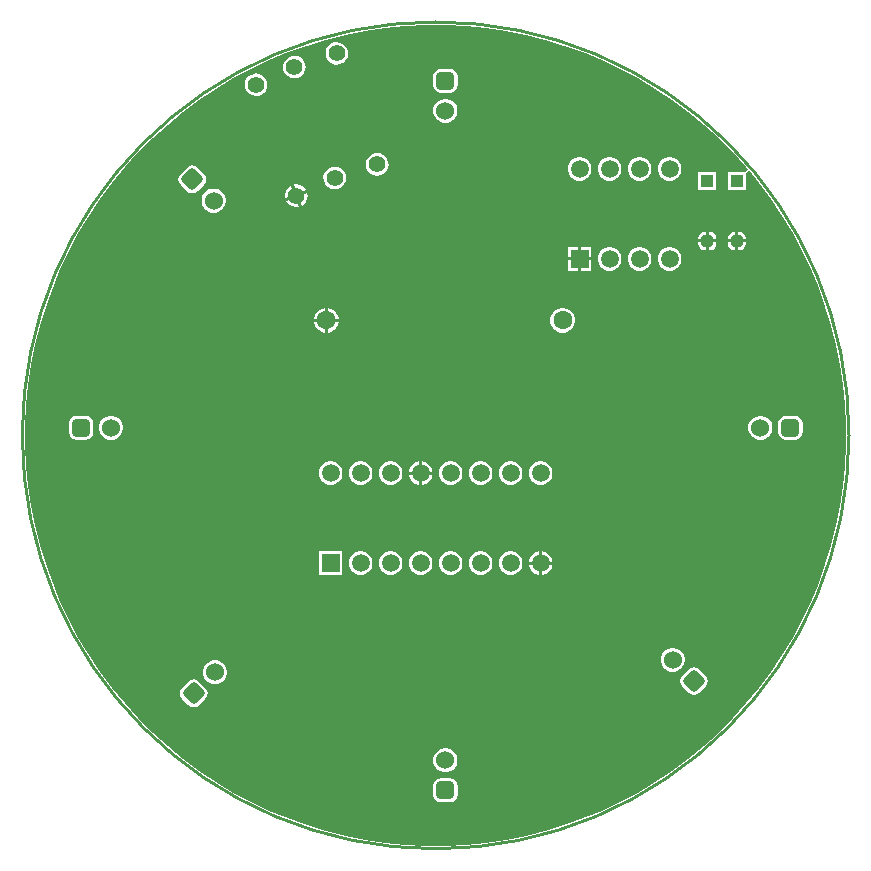
<source format=gtl>
G04*
G04 #@! TF.GenerationSoftware,Altium Limited,Altium Designer,25.0.2 (28)*
G04*
G04 Layer_Physical_Order=1*
G04 Layer_Color=6736896*
%FSLAX25Y25*%
%MOIN*%
G70*
G04*
G04 #@! TF.SameCoordinates,12EFF0D5-E88D-419E-9C59-EC29542AE5DB*
G04*
G04*
G04 #@! TF.FilePolarity,Positive*
G04*
G01*
G75*
%ADD13C,0.01000*%
%ADD26C,0.05512*%
%ADD27C,0.13780*%
%ADD28C,0.06299*%
G04:AMPARAMS|DCode=29|XSize=39.37mil|YSize=39.37mil|CornerRadius=9.84mil|HoleSize=0mil|Usage=FLASHONLY|Rotation=270.000|XOffset=0mil|YOffset=0mil|HoleType=Round|Shape=RoundedRectangle|*
%AMROUNDEDRECTD29*
21,1,0.03937,0.01968,0,0,270.0*
21,1,0.01968,0.03937,0,0,270.0*
1,1,0.01968,-0.00984,-0.00984*
1,1,0.01968,-0.00984,0.00984*
1,1,0.01968,0.00984,0.00984*
1,1,0.01968,0.00984,-0.00984*
%
%ADD29ROUNDEDRECTD29*%
%ADD30R,0.03937X0.03937*%
%ADD31C,0.05906*%
%ADD32R,0.05906X0.05906*%
%ADD33C,0.06000*%
G04:AMPARAMS|DCode=34|XSize=60mil|YSize=60mil|CornerRadius=15mil|HoleSize=0mil|Usage=FLASHONLY|Rotation=0.000|XOffset=0mil|YOffset=0mil|HoleType=Round|Shape=RoundedRectangle|*
%AMROUNDEDRECTD34*
21,1,0.06000,0.03000,0,0,0.0*
21,1,0.03000,0.06000,0,0,0.0*
1,1,0.03000,0.01500,-0.01500*
1,1,0.03000,-0.01500,-0.01500*
1,1,0.03000,-0.01500,0.01500*
1,1,0.03000,0.01500,0.01500*
%
%ADD34ROUNDEDRECTD34*%
G04:AMPARAMS|DCode=35|XSize=60mil|YSize=60mil|CornerRadius=15mil|HoleSize=0mil|Usage=FLASHONLY|Rotation=315.000|XOffset=0mil|YOffset=0mil|HoleType=Round|Shape=RoundedRectangle|*
%AMROUNDEDRECTD35*
21,1,0.06000,0.03000,0,0,315.0*
21,1,0.03000,0.06000,0,0,315.0*
1,1,0.03000,0.00000,-0.02121*
1,1,0.03000,-0.02121,0.00000*
1,1,0.03000,0.00000,0.02121*
1,1,0.03000,0.02121,0.00000*
%
%ADD35ROUNDEDRECTD35*%
G04:AMPARAMS|DCode=36|XSize=60mil|YSize=60mil|CornerRadius=15mil|HoleSize=0mil|Usage=FLASHONLY|Rotation=270.000|XOffset=0mil|YOffset=0mil|HoleType=Round|Shape=RoundedRectangle|*
%AMROUNDEDRECTD36*
21,1,0.06000,0.03000,0,0,270.0*
21,1,0.03000,0.06000,0,0,270.0*
1,1,0.03000,-0.01500,-0.01500*
1,1,0.03000,-0.01500,0.01500*
1,1,0.03000,0.01500,0.01500*
1,1,0.03000,0.01500,-0.01500*
%
%ADD36ROUNDEDRECTD36*%
G04:AMPARAMS|DCode=37|XSize=60mil|YSize=60mil|CornerRadius=15mil|HoleSize=0mil|Usage=FLASHONLY|Rotation=225.000|XOffset=0mil|YOffset=0mil|HoleType=Round|Shape=RoundedRectangle|*
%AMROUNDEDRECTD37*
21,1,0.06000,0.03000,0,0,225.0*
21,1,0.03000,0.06000,0,0,225.0*
1,1,0.03000,-0.02121,0.00000*
1,1,0.03000,0.00000,0.02121*
1,1,0.03000,0.02121,0.00000*
1,1,0.03000,0.00000,-0.02121*
%
%ADD37ROUNDEDRECTD37*%
G36*
X147861Y274257D02*
X154545Y273599D01*
X161188Y272614D01*
X167775Y271304D01*
X174291Y269672D01*
X180717Y267722D01*
X187041Y265459D01*
X193246Y262889D01*
X199317Y260018D01*
X205240Y256852D01*
X211001Y253399D01*
X216585Y249668D01*
X221979Y245667D01*
X227171Y241406D01*
X232147Y236896D01*
X236896Y232147D01*
X241406Y227171D01*
X241843Y226639D01*
X240953Y225551D01*
X239859Y225551D01*
X235236D01*
Y219646D01*
X241142D01*
Y224208D01*
X241142Y225321D01*
X242300Y226083D01*
X245667Y221979D01*
X249668Y216585D01*
X253399Y211001D01*
X256852Y205240D01*
X260018Y199317D01*
X262889Y193246D01*
X265459Y187041D01*
X267722Y180717D01*
X269672Y174291D01*
X271304Y167775D01*
X272614Y161188D01*
X273599Y154545D01*
X274257Y147861D01*
X274587Y141153D01*
Y137795D01*
Y134437D01*
X274257Y127729D01*
X273599Y121045D01*
X272614Y114402D01*
X271304Y107815D01*
X269672Y101300D01*
X267722Y94873D01*
X265459Y88550D01*
X262889Y82345D01*
X260018Y76274D01*
X256852Y70351D01*
X253399Y64590D01*
X249668Y59006D01*
X245667Y53611D01*
X241406Y48420D01*
X236896Y43443D01*
X232147Y38695D01*
X227171Y34184D01*
X221979Y29923D01*
X216585Y25923D01*
X211001Y22192D01*
X205240Y18739D01*
X199317Y15573D01*
X193246Y12701D01*
X187041Y10131D01*
X180717Y7869D01*
X174291Y5919D01*
X167775Y4287D01*
X161188Y2977D01*
X154545Y1991D01*
X147861Y1333D01*
X141153Y1003D01*
X134437D01*
X127729Y1333D01*
X121045Y1991D01*
X114402Y2977D01*
X107815Y4287D01*
X101300Y5919D01*
X94873Y7869D01*
X88550Y10131D01*
X82345Y12701D01*
X76274Y15573D01*
X70351Y18739D01*
X64590Y22191D01*
X59006Y25923D01*
X53611Y29923D01*
X48420Y34184D01*
X43443Y38694D01*
X38695Y43443D01*
X34184Y48420D01*
X29923Y53611D01*
X25923Y59006D01*
X22192Y64590D01*
X18739Y70350D01*
X15573Y76274D01*
X12701Y82345D01*
X10131Y88550D01*
X7869Y94873D01*
X5919Y101300D01*
X4287Y107815D01*
X2977Y114402D01*
X1991Y121045D01*
X1333Y127729D01*
X1003Y134437D01*
Y137795D01*
Y141153D01*
X1333Y147861D01*
X1991Y154545D01*
X2977Y161188D01*
X4287Y167775D01*
X5919Y174291D01*
X7869Y180717D01*
X10131Y187041D01*
X12701Y193246D01*
X15573Y199317D01*
X18739Y205240D01*
X22191Y211001D01*
X25923Y216585D01*
X29923Y221979D01*
X34184Y227171D01*
X38694Y232147D01*
X43443Y236896D01*
X48420Y241406D01*
X53611Y245667D01*
X59006Y249668D01*
X64590Y253399D01*
X70350Y256852D01*
X76274Y260018D01*
X82345Y262889D01*
X88550Y265459D01*
X94873Y267722D01*
X101300Y269672D01*
X107815Y271304D01*
X114402Y272614D01*
X121045Y273599D01*
X127729Y274257D01*
X134437Y274587D01*
X141153D01*
X147861Y274257D01*
D02*
G37*
%LPC*%
G36*
X105046Y268920D02*
X104065Y268834D01*
X103140Y268498D01*
X102333Y267933D01*
X101700Y267178D01*
X101284Y266286D01*
X101113Y265316D01*
X101198Y264335D01*
X101535Y263409D01*
X102100Y262603D01*
X102855Y261970D01*
X103747Y261554D01*
X104717Y261383D01*
X105698Y261468D01*
X106623Y261805D01*
X107430Y262370D01*
X108063Y263124D01*
X108479Y264017D01*
X108650Y264987D01*
X108564Y265968D01*
X108228Y266893D01*
X107663Y267700D01*
X106908Y268333D01*
X106016Y268749D01*
X105046Y268920D01*
D02*
G37*
G36*
X90873Y264393D02*
X89892Y264307D01*
X88966Y263970D01*
X88160Y263405D01*
X87527Y262651D01*
X87110Y261758D01*
X86939Y260788D01*
X87025Y259807D01*
X87362Y258882D01*
X87927Y258075D01*
X88681Y257442D01*
X89574Y257026D01*
X90544Y256855D01*
X91525Y256941D01*
X92450Y257278D01*
X93257Y257842D01*
X93890Y258597D01*
X94306Y259489D01*
X94477Y260459D01*
X94391Y261440D01*
X94054Y262366D01*
X93490Y263173D01*
X92735Y263806D01*
X91843Y264222D01*
X90873Y264393D01*
D02*
G37*
G36*
X142563Y260026D02*
X139564D01*
X138594Y259833D01*
X137773Y259284D01*
X137223Y258462D01*
X137031Y257493D01*
Y254493D01*
X137223Y253524D01*
X137773Y252702D01*
X138594Y252153D01*
X139564Y251960D01*
X142563D01*
X143533Y252153D01*
X144354Y252702D01*
X144904Y253524D01*
X145096Y254493D01*
Y257493D01*
X144904Y258462D01*
X144354Y259284D01*
X143533Y259833D01*
X142563Y260026D01*
D02*
G37*
G36*
X78078Y258487D02*
X77096Y258401D01*
X76171Y258065D01*
X75364Y257500D01*
X74731Y256745D01*
X74315Y255853D01*
X74144Y254883D01*
X74230Y253902D01*
X74567Y252976D01*
X75132Y252170D01*
X75886Y251537D01*
X76779Y251120D01*
X77748Y250950D01*
X78729Y251035D01*
X79655Y251372D01*
X80462Y251937D01*
X81095Y252691D01*
X81511Y253584D01*
X81682Y254554D01*
X81596Y255535D01*
X81259Y256460D01*
X80694Y257267D01*
X79940Y257900D01*
X79047Y258316D01*
X78078Y258487D01*
D02*
G37*
G36*
X141588Y249977D02*
X140539D01*
X139526Y249706D01*
X138617Y249181D01*
X137875Y248439D01*
X137351Y247531D01*
X137079Y246517D01*
Y245468D01*
X137351Y244455D01*
X137875Y243547D01*
X138617Y242805D01*
X139526Y242280D01*
X140539Y242009D01*
X141588D01*
X142601Y242280D01*
X143510Y242805D01*
X144252Y243547D01*
X144776Y244455D01*
X145048Y245468D01*
Y246517D01*
X144776Y247531D01*
X144252Y248439D01*
X143510Y249181D01*
X142601Y249706D01*
X141588Y249977D01*
D02*
G37*
G36*
X118511Y231925D02*
X117530Y231839D01*
X116605Y231502D01*
X115798Y230937D01*
X115165Y230183D01*
X114749Y229290D01*
X114578Y228320D01*
X114664Y227339D01*
X115001Y226414D01*
X115566Y225607D01*
X116320Y224974D01*
X117212Y224558D01*
X118182Y224387D01*
X119163Y224473D01*
X120089Y224810D01*
X120896Y225374D01*
X121528Y226129D01*
X121945Y227021D01*
X122116Y227991D01*
X122030Y228972D01*
X121693Y229898D01*
X121128Y230704D01*
X120374Y231337D01*
X119481Y231753D01*
X118511Y231925D01*
D02*
G37*
G36*
X216306Y230551D02*
X215269D01*
X214268Y230283D01*
X213370Y229765D01*
X212637Y229031D01*
X212119Y228134D01*
X211850Y227133D01*
Y226096D01*
X212119Y225095D01*
X212637Y224197D01*
X213370Y223464D01*
X214268Y222945D01*
X215269Y222677D01*
X216306D01*
X217307Y222945D01*
X218205Y223464D01*
X218938Y224197D01*
X219456Y225095D01*
X219724Y226096D01*
Y227133D01*
X219456Y228134D01*
X218938Y229031D01*
X218205Y229765D01*
X217307Y230283D01*
X216306Y230551D01*
D02*
G37*
G36*
X206306D02*
X205269D01*
X204268Y230283D01*
X203370Y229765D01*
X202637Y229031D01*
X202119Y228134D01*
X201850Y227133D01*
Y226096D01*
X202119Y225095D01*
X202637Y224197D01*
X203370Y223464D01*
X204268Y222945D01*
X205269Y222677D01*
X206306D01*
X207307Y222945D01*
X208205Y223464D01*
X208938Y224197D01*
X209456Y225095D01*
X209724Y226096D01*
Y227133D01*
X209456Y228134D01*
X208938Y229031D01*
X208205Y229765D01*
X207307Y230283D01*
X206306Y230551D01*
D02*
G37*
G36*
X196306D02*
X195269D01*
X194268Y230283D01*
X193370Y229765D01*
X192637Y229031D01*
X192119Y228134D01*
X191850Y227133D01*
Y226096D01*
X192119Y225095D01*
X192637Y224197D01*
X193370Y223464D01*
X194268Y222945D01*
X195269Y222677D01*
X196306D01*
X197307Y222945D01*
X198205Y223464D01*
X198938Y224197D01*
X199456Y225095D01*
X199724Y226096D01*
Y227133D01*
X199456Y228134D01*
X198938Y229031D01*
X198205Y229765D01*
X197307Y230283D01*
X196306Y230551D01*
D02*
G37*
G36*
X186306D02*
X185269D01*
X184268Y230283D01*
X183370Y229765D01*
X182637Y229031D01*
X182119Y228134D01*
X181850Y227133D01*
Y226096D01*
X182119Y225095D01*
X182637Y224197D01*
X183370Y223464D01*
X184268Y222945D01*
X185269Y222677D01*
X186306D01*
X187307Y222945D01*
X188205Y223464D01*
X188938Y224197D01*
X189456Y225095D01*
X189724Y226096D01*
Y227133D01*
X189456Y228134D01*
X188938Y229031D01*
X188205Y229765D01*
X187307Y230283D01*
X186306Y230551D01*
D02*
G37*
G36*
X104338Y227397D02*
X103357Y227311D01*
X102432Y226974D01*
X101625Y226409D01*
X100992Y225655D01*
X100576Y224763D01*
X100405Y223793D01*
X100491Y222812D01*
X100827Y221886D01*
X101392Y221079D01*
X102147Y220446D01*
X103039Y220030D01*
X104009Y219859D01*
X104990Y219945D01*
X105915Y220282D01*
X106722Y220847D01*
X107355Y221601D01*
X107771Y222494D01*
X107942Y223464D01*
X107857Y224445D01*
X107520Y225370D01*
X106955Y226177D01*
X106201Y226810D01*
X105308Y227226D01*
X104338Y227397D01*
D02*
G37*
G36*
X231299Y225551D02*
X225394D01*
Y219646D01*
X231299D01*
Y225551D01*
D02*
G37*
G36*
X56715Y227765D02*
X55746Y227572D01*
X54924Y227023D01*
X52803Y224902D01*
X52254Y224080D01*
X52061Y223111D01*
X52254Y222142D01*
X52803Y221320D01*
X54924Y219199D01*
X55746Y218650D01*
X56715Y218457D01*
X57684Y218650D01*
X58506Y219199D01*
X60628Y221320D01*
X61177Y222142D01*
X61369Y223111D01*
X61177Y224080D01*
X60628Y224902D01*
X58506Y227023D01*
X57684Y227572D01*
X56715Y227765D01*
D02*
G37*
G36*
X91544Y221507D02*
X90564Y221422D01*
X91677Y218363D01*
X94735Y219477D01*
X94171Y220282D01*
X93414Y220918D01*
X92518Y221336D01*
X91544Y221507D01*
D02*
G37*
G36*
X89624Y221080D02*
X88819Y220516D01*
X88183Y219758D01*
X87765Y218862D01*
X87594Y217888D01*
X87679Y216908D01*
X90737Y218021D01*
X89624Y221080D01*
D02*
G37*
G36*
X95077Y218537D02*
X92019Y217424D01*
X93132Y214366D01*
X93938Y214930D01*
X94573Y215687D01*
X94991Y216583D01*
X95163Y217557D01*
X95077Y218537D01*
D02*
G37*
G36*
X91079Y217082D02*
X88021Y215969D01*
X88585Y215163D01*
X89343Y214528D01*
X90239Y214110D01*
X91213Y213938D01*
X92193Y214024D01*
X91079Y217082D01*
D02*
G37*
G36*
X64311Y220024D02*
X63262D01*
X62248Y219753D01*
X61340Y219228D01*
X60598Y218486D01*
X60074Y217578D01*
X59802Y216564D01*
Y215515D01*
X60074Y214502D01*
X60598Y213594D01*
X61340Y212852D01*
X62248Y212327D01*
X63262Y212056D01*
X64311D01*
X65324Y212327D01*
X66233Y212852D01*
X66974Y213594D01*
X67499Y214502D01*
X67770Y215515D01*
Y216564D01*
X67499Y217578D01*
X66974Y218486D01*
X66233Y219228D01*
X65324Y219753D01*
X64311Y220024D01*
D02*
G37*
G36*
X229331Y205606D02*
X228847D01*
Y203099D01*
X231354D01*
Y203583D01*
X231200Y204357D01*
X230761Y205013D01*
X230105Y205452D01*
X229331Y205606D01*
D02*
G37*
G36*
X227847D02*
X227362D01*
X226588Y205452D01*
X225932Y205013D01*
X225493Y204357D01*
X225339Y203583D01*
Y203099D01*
X227847D01*
Y205606D01*
D02*
G37*
G36*
X239173D02*
X238689D01*
Y203098D01*
X241196D01*
Y203583D01*
X241042Y204357D01*
X240604Y205013D01*
X239947Y205452D01*
X239173Y205606D01*
D02*
G37*
G36*
X237689D02*
X237205D01*
X236431Y205452D01*
X235774Y205013D01*
X235336Y204357D01*
X235182Y203583D01*
Y203098D01*
X237689D01*
Y205606D01*
D02*
G37*
G36*
X241196Y202098D02*
X238689D01*
Y199591D01*
X239173D01*
X239947Y199745D01*
X240604Y200184D01*
X241042Y200840D01*
X241196Y201614D01*
Y202098D01*
D02*
G37*
G36*
X237689D02*
X235182D01*
Y201614D01*
X235336Y200840D01*
X235774Y200184D01*
X236431Y199745D01*
X237205Y199591D01*
X237689D01*
Y202098D01*
D02*
G37*
G36*
X231354Y202098D02*
X228847D01*
Y199591D01*
X229331D01*
X230105Y199745D01*
X230761Y200184D01*
X231200Y200840D01*
X231354Y201614D01*
Y202098D01*
D02*
G37*
G36*
X227847D02*
X225339D01*
Y201614D01*
X225493Y200840D01*
X225932Y200184D01*
X226588Y199745D01*
X227362Y199591D01*
X227847D01*
Y202098D01*
D02*
G37*
G36*
X189740Y200567D02*
X186287D01*
Y197114D01*
X189740D01*
Y200567D01*
D02*
G37*
G36*
X185287D02*
X181835D01*
Y197114D01*
X185287D01*
Y200567D01*
D02*
G37*
G36*
X216306Y200551D02*
X215269D01*
X214268Y200283D01*
X213370Y199765D01*
X212637Y199031D01*
X212119Y198134D01*
X211850Y197133D01*
Y196096D01*
X212119Y195095D01*
X212637Y194197D01*
X213370Y193464D01*
X214268Y192946D01*
X215269Y192677D01*
X216306D01*
X217307Y192946D01*
X218205Y193464D01*
X218938Y194197D01*
X219456Y195095D01*
X219724Y196096D01*
Y197133D01*
X219456Y198134D01*
X218938Y199031D01*
X218205Y199765D01*
X217307Y200283D01*
X216306Y200551D01*
D02*
G37*
G36*
X206306D02*
X205269D01*
X204268Y200283D01*
X203370Y199765D01*
X202637Y199031D01*
X202119Y198134D01*
X201850Y197133D01*
Y196096D01*
X202119Y195095D01*
X202637Y194197D01*
X203370Y193464D01*
X204268Y192946D01*
X205269Y192677D01*
X206306D01*
X207307Y192946D01*
X208205Y193464D01*
X208938Y194197D01*
X209456Y195095D01*
X209724Y196096D01*
Y197133D01*
X209456Y198134D01*
X208938Y199031D01*
X208205Y199765D01*
X207307Y200283D01*
X206306Y200551D01*
D02*
G37*
G36*
X196306D02*
X195269D01*
X194268Y200283D01*
X193370Y199765D01*
X192637Y199031D01*
X192119Y198134D01*
X191850Y197133D01*
Y196096D01*
X192119Y195095D01*
X192637Y194197D01*
X193370Y193464D01*
X194268Y192946D01*
X195269Y192677D01*
X196306D01*
X197307Y192946D01*
X198205Y193464D01*
X198938Y194197D01*
X199456Y195095D01*
X199724Y196096D01*
Y197133D01*
X199456Y198134D01*
X198938Y199031D01*
X198205Y199765D01*
X197307Y200283D01*
X196306Y200551D01*
D02*
G37*
G36*
X189740Y196114D02*
X186287D01*
Y192661D01*
X189740D01*
Y196114D01*
D02*
G37*
G36*
X185287D02*
X181835D01*
Y192661D01*
X185287D01*
Y196114D01*
D02*
G37*
G36*
X101924Y180331D02*
X101878D01*
Y176681D01*
X105527D01*
Y176727D01*
X105245Y177783D01*
X104699Y178729D01*
X103926Y179502D01*
X102980Y180048D01*
X101924Y180331D01*
D02*
G37*
G36*
X100878D02*
X100832D01*
X99776Y180048D01*
X98830Y179502D01*
X98057Y178729D01*
X97511Y177783D01*
X97228Y176727D01*
Y176681D01*
X100878D01*
Y180331D01*
D02*
G37*
G36*
X180662Y180315D02*
X179574D01*
X178523Y180033D01*
X177580Y179489D01*
X176810Y178719D01*
X176266Y177777D01*
X175984Y176725D01*
Y175637D01*
X176266Y174585D01*
X176810Y173643D01*
X177580Y172873D01*
X178523Y172329D01*
X179574Y172047D01*
X180662D01*
X181714Y172329D01*
X182656Y172873D01*
X183426Y173643D01*
X183970Y174585D01*
X184252Y175637D01*
Y176725D01*
X183970Y177777D01*
X183426Y178719D01*
X182656Y179489D01*
X181714Y180033D01*
X180662Y180315D01*
D02*
G37*
G36*
X105527Y175681D02*
X101878D01*
Y172031D01*
X101924D01*
X102980Y172314D01*
X103926Y172861D01*
X104699Y173633D01*
X105245Y174579D01*
X105527Y175635D01*
Y175681D01*
D02*
G37*
G36*
X100878D02*
X97228D01*
Y175635D01*
X97511Y174579D01*
X98057Y173633D01*
X98830Y172861D01*
X99776Y172314D01*
X100832Y172031D01*
X100878D01*
Y175681D01*
D02*
G37*
G36*
X246589Y144332D02*
X245540D01*
X244526Y144061D01*
X243618Y143536D01*
X242876Y142795D01*
X242352Y141886D01*
X242080Y140873D01*
Y139824D01*
X242352Y138810D01*
X242876Y137902D01*
X243618Y137160D01*
X244526Y136635D01*
X245540Y136364D01*
X246589D01*
X247602Y136635D01*
X248511Y137160D01*
X249252Y137902D01*
X249777Y138810D01*
X250048Y139824D01*
Y140873D01*
X249777Y141886D01*
X249252Y142795D01*
X248511Y143536D01*
X247602Y144061D01*
X246589Y144332D01*
D02*
G37*
G36*
X30123D02*
X29074D01*
X28061Y144061D01*
X27152Y143536D01*
X26410Y142795D01*
X25886Y141886D01*
X25615Y140873D01*
Y139824D01*
X25886Y138810D01*
X26410Y137902D01*
X27152Y137160D01*
X28061Y136635D01*
X29074Y136364D01*
X30123D01*
X31137Y136635D01*
X32045Y137160D01*
X32787Y137902D01*
X33312Y138810D01*
X33583Y139824D01*
Y140873D01*
X33312Y141886D01*
X32787Y142795D01*
X32045Y143536D01*
X31137Y144061D01*
X30123Y144332D01*
D02*
G37*
G36*
X257564Y144381D02*
X254564D01*
X253595Y144188D01*
X252773Y143639D01*
X252224Y142817D01*
X252031Y141848D01*
Y138848D01*
X252224Y137879D01*
X252773Y137057D01*
X253595Y136508D01*
X254564Y136315D01*
X257564D01*
X258534Y136508D01*
X259355Y137057D01*
X259904Y137879D01*
X260097Y138848D01*
Y141848D01*
X259904Y142817D01*
X259355Y143639D01*
X258534Y144188D01*
X257564Y144381D01*
D02*
G37*
G36*
X21099D02*
X18099D01*
X17129Y144188D01*
X16308Y143639D01*
X15759Y142817D01*
X15566Y141848D01*
Y138848D01*
X15759Y137879D01*
X16308Y137057D01*
X17129Y136508D01*
X18099Y136315D01*
X21099D01*
X22068Y136508D01*
X22890Y137057D01*
X23439Y137879D01*
X23632Y138848D01*
Y141848D01*
X23439Y142817D01*
X22890Y143639D01*
X22068Y144188D01*
X21099Y144381D01*
D02*
G37*
G36*
X133316Y129189D02*
X133295D01*
Y125736D01*
X136748D01*
Y125757D01*
X136479Y126762D01*
X135958Y127663D01*
X135222Y128399D01*
X134321Y128920D01*
X133316Y129189D01*
D02*
G37*
G36*
X132295D02*
X132275D01*
X131270Y128920D01*
X130368Y128399D01*
X129632Y127663D01*
X129112Y126762D01*
X128842Y125757D01*
Y125736D01*
X132295D01*
Y129189D01*
D02*
G37*
G36*
X173314Y129173D02*
X172277D01*
X171276Y128905D01*
X170378Y128387D01*
X169645Y127654D01*
X169127Y126756D01*
X168858Y125754D01*
Y124718D01*
X169127Y123717D01*
X169645Y122819D01*
X170378Y122086D01*
X171276Y121567D01*
X172277Y121299D01*
X173314D01*
X174315Y121567D01*
X175213Y122086D01*
X175946Y122819D01*
X176464Y123717D01*
X176732Y124718D01*
Y125754D01*
X176464Y126756D01*
X175946Y127654D01*
X175213Y128387D01*
X174315Y128905D01*
X173314Y129173D01*
D02*
G37*
G36*
X163314D02*
X162277D01*
X161276Y128905D01*
X160378Y128387D01*
X159645Y127654D01*
X159127Y126756D01*
X158858Y125754D01*
Y124718D01*
X159127Y123717D01*
X159645Y122819D01*
X160378Y122086D01*
X161276Y121567D01*
X162277Y121299D01*
X163314D01*
X164315Y121567D01*
X165213Y122086D01*
X165946Y122819D01*
X166464Y123717D01*
X166732Y124718D01*
Y125754D01*
X166464Y126756D01*
X165946Y127654D01*
X165213Y128387D01*
X164315Y128905D01*
X163314Y129173D01*
D02*
G37*
G36*
X153314D02*
X152277D01*
X151276Y128905D01*
X150378Y128387D01*
X149645Y127654D01*
X149127Y126756D01*
X148858Y125754D01*
Y124718D01*
X149127Y123717D01*
X149645Y122819D01*
X150378Y122086D01*
X151276Y121567D01*
X152277Y121299D01*
X153314D01*
X154315Y121567D01*
X155213Y122086D01*
X155946Y122819D01*
X156464Y123717D01*
X156732Y124718D01*
Y125754D01*
X156464Y126756D01*
X155946Y127654D01*
X155213Y128387D01*
X154315Y128905D01*
X153314Y129173D01*
D02*
G37*
G36*
X143314D02*
X142277D01*
X141276Y128905D01*
X140378Y128387D01*
X139645Y127654D01*
X139127Y126756D01*
X138858Y125754D01*
Y124718D01*
X139127Y123717D01*
X139645Y122819D01*
X140378Y122086D01*
X141276Y121567D01*
X142277Y121299D01*
X143314D01*
X144315Y121567D01*
X145213Y122086D01*
X145946Y122819D01*
X146464Y123717D01*
X146732Y124718D01*
Y125754D01*
X146464Y126756D01*
X145946Y127654D01*
X145213Y128387D01*
X144315Y128905D01*
X143314Y129173D01*
D02*
G37*
G36*
X123314D02*
X122277D01*
X121276Y128905D01*
X120378Y128387D01*
X119645Y127654D01*
X119127Y126756D01*
X118858Y125754D01*
Y124718D01*
X119127Y123717D01*
X119645Y122819D01*
X120378Y122086D01*
X121276Y121567D01*
X122277Y121299D01*
X123314D01*
X124315Y121567D01*
X125213Y122086D01*
X125946Y122819D01*
X126464Y123717D01*
X126732Y124718D01*
Y125754D01*
X126464Y126756D01*
X125946Y127654D01*
X125213Y128387D01*
X124315Y128905D01*
X123314Y129173D01*
D02*
G37*
G36*
X113314D02*
X112277D01*
X111276Y128905D01*
X110378Y128387D01*
X109645Y127654D01*
X109127Y126756D01*
X108858Y125754D01*
Y124718D01*
X109127Y123717D01*
X109645Y122819D01*
X110378Y122086D01*
X111276Y121567D01*
X112277Y121299D01*
X113314D01*
X114315Y121567D01*
X115213Y122086D01*
X115946Y122819D01*
X116464Y123717D01*
X116732Y124718D01*
Y125754D01*
X116464Y126756D01*
X115946Y127654D01*
X115213Y128387D01*
X114315Y128905D01*
X113314Y129173D01*
D02*
G37*
G36*
X103314D02*
X102277D01*
X101276Y128905D01*
X100378Y128387D01*
X99645Y127654D01*
X99127Y126756D01*
X98858Y125754D01*
Y124718D01*
X99127Y123717D01*
X99645Y122819D01*
X100378Y122086D01*
X101276Y121567D01*
X102277Y121299D01*
X103314D01*
X104315Y121567D01*
X105213Y122086D01*
X105946Y122819D01*
X106464Y123717D01*
X106732Y124718D01*
Y125754D01*
X106464Y126756D01*
X105946Y127654D01*
X105213Y128387D01*
X104315Y128905D01*
X103314Y129173D01*
D02*
G37*
G36*
X136748Y124736D02*
X133295D01*
Y121283D01*
X133316D01*
X134321Y121553D01*
X135222Y122073D01*
X135958Y122809D01*
X136479Y123711D01*
X136748Y124716D01*
Y124736D01*
D02*
G37*
G36*
X132295D02*
X128842D01*
Y124716D01*
X129112Y123711D01*
X129632Y122809D01*
X130368Y122073D01*
X131270Y121553D01*
X132275Y121283D01*
X132295D01*
Y124736D01*
D02*
G37*
G36*
X173316Y99189D02*
X173295D01*
Y95736D01*
X176748D01*
Y95757D01*
X176479Y96762D01*
X175958Y97663D01*
X175222Y98399D01*
X174321Y98920D01*
X173316Y99189D01*
D02*
G37*
G36*
X172295D02*
X172275D01*
X171270Y98920D01*
X170368Y98399D01*
X169632Y97663D01*
X169112Y96762D01*
X168842Y95757D01*
Y95736D01*
X172295D01*
Y99189D01*
D02*
G37*
G36*
X163314Y99173D02*
X162277D01*
X161276Y98905D01*
X160378Y98387D01*
X159645Y97654D01*
X159127Y96756D01*
X158858Y95754D01*
Y94718D01*
X159127Y93717D01*
X159645Y92819D01*
X160378Y92086D01*
X161276Y91567D01*
X162277Y91299D01*
X163314D01*
X164315Y91567D01*
X165213Y92086D01*
X165946Y92819D01*
X166464Y93717D01*
X166732Y94718D01*
Y95754D01*
X166464Y96756D01*
X165946Y97654D01*
X165213Y98387D01*
X164315Y98905D01*
X163314Y99173D01*
D02*
G37*
G36*
X153314D02*
X152277D01*
X151276Y98905D01*
X150378Y98387D01*
X149645Y97654D01*
X149127Y96756D01*
X148858Y95754D01*
Y94718D01*
X149127Y93717D01*
X149645Y92819D01*
X150378Y92086D01*
X151276Y91567D01*
X152277Y91299D01*
X153314D01*
X154315Y91567D01*
X155213Y92086D01*
X155946Y92819D01*
X156464Y93717D01*
X156732Y94718D01*
Y95754D01*
X156464Y96756D01*
X155946Y97654D01*
X155213Y98387D01*
X154315Y98905D01*
X153314Y99173D01*
D02*
G37*
G36*
X143314D02*
X142277D01*
X141276Y98905D01*
X140378Y98387D01*
X139645Y97654D01*
X139127Y96756D01*
X138858Y95754D01*
Y94718D01*
X139127Y93717D01*
X139645Y92819D01*
X140378Y92086D01*
X141276Y91567D01*
X142277Y91299D01*
X143314D01*
X144315Y91567D01*
X145213Y92086D01*
X145946Y92819D01*
X146464Y93717D01*
X146732Y94718D01*
Y95754D01*
X146464Y96756D01*
X145946Y97654D01*
X145213Y98387D01*
X144315Y98905D01*
X143314Y99173D01*
D02*
G37*
G36*
X133314D02*
X132277D01*
X131276Y98905D01*
X130378Y98387D01*
X129645Y97654D01*
X129127Y96756D01*
X128858Y95754D01*
Y94718D01*
X129127Y93717D01*
X129645Y92819D01*
X130378Y92086D01*
X131276Y91567D01*
X132277Y91299D01*
X133314D01*
X134315Y91567D01*
X135213Y92086D01*
X135946Y92819D01*
X136464Y93717D01*
X136732Y94718D01*
Y95754D01*
X136464Y96756D01*
X135946Y97654D01*
X135213Y98387D01*
X134315Y98905D01*
X133314Y99173D01*
D02*
G37*
G36*
X123314D02*
X122277D01*
X121276Y98905D01*
X120378Y98387D01*
X119645Y97654D01*
X119127Y96756D01*
X118858Y95754D01*
Y94718D01*
X119127Y93717D01*
X119645Y92819D01*
X120378Y92086D01*
X121276Y91567D01*
X122277Y91299D01*
X123314D01*
X124315Y91567D01*
X125213Y92086D01*
X125946Y92819D01*
X126464Y93717D01*
X126732Y94718D01*
Y95754D01*
X126464Y96756D01*
X125946Y97654D01*
X125213Y98387D01*
X124315Y98905D01*
X123314Y99173D01*
D02*
G37*
G36*
X113314D02*
X112277D01*
X111276Y98905D01*
X110378Y98387D01*
X109645Y97654D01*
X109127Y96756D01*
X108858Y95754D01*
Y94718D01*
X109127Y93717D01*
X109645Y92819D01*
X110378Y92086D01*
X111276Y91567D01*
X112277Y91299D01*
X113314D01*
X114315Y91567D01*
X115213Y92086D01*
X115946Y92819D01*
X116464Y93717D01*
X116732Y94718D01*
Y95754D01*
X116464Y96756D01*
X115946Y97654D01*
X115213Y98387D01*
X114315Y98905D01*
X113314Y99173D01*
D02*
G37*
G36*
X106732D02*
X98858D01*
Y91299D01*
X106732D01*
Y99173D01*
D02*
G37*
G36*
X176748Y94736D02*
X173295D01*
Y91284D01*
X173316D01*
X174321Y91553D01*
X175222Y92073D01*
X175958Y92809D01*
X176479Y93711D01*
X176748Y94716D01*
Y94736D01*
D02*
G37*
G36*
X172295D02*
X168842D01*
Y94716D01*
X169112Y93711D01*
X169632Y92809D01*
X170368Y92073D01*
X171270Y91553D01*
X172275Y91284D01*
X172295D01*
Y94736D01*
D02*
G37*
G36*
X217375Y66960D02*
X216326D01*
X215313Y66688D01*
X214404Y66164D01*
X213663Y65422D01*
X213138Y64513D01*
X212866Y63500D01*
Y62451D01*
X213138Y61438D01*
X213663Y60529D01*
X214404Y59787D01*
X215313Y59263D01*
X216326Y58991D01*
X217375D01*
X218389Y59263D01*
X219297Y59787D01*
X220039Y60529D01*
X220564Y61438D01*
X220835Y62451D01*
Y63500D01*
X220564Y64513D01*
X220039Y65422D01*
X219297Y66164D01*
X218389Y66688D01*
X217375Y66960D01*
D02*
G37*
G36*
X64767Y62844D02*
X63718D01*
X62704Y62573D01*
X61796Y62048D01*
X61054Y61306D01*
X60529Y60398D01*
X60258Y59385D01*
Y58336D01*
X60529Y57322D01*
X61054Y56414D01*
X61796Y55672D01*
X62704Y55147D01*
X63718Y54876D01*
X64767D01*
X65780Y55147D01*
X66689Y55672D01*
X67430Y56414D01*
X67955Y57322D01*
X68226Y58336D01*
Y59385D01*
X67955Y60398D01*
X67430Y61306D01*
X66689Y62048D01*
X65780Y62573D01*
X64767Y62844D01*
D02*
G37*
G36*
X223922Y60559D02*
X222953Y60366D01*
X222131Y59817D01*
X220009Y57696D01*
X219460Y56874D01*
X219268Y55905D01*
X219460Y54935D01*
X220009Y54114D01*
X222131Y51992D01*
X222953Y51443D01*
X223922Y51250D01*
X224891Y51443D01*
X225713Y51992D01*
X227834Y54114D01*
X228383Y54935D01*
X228576Y55905D01*
X228383Y56874D01*
X227834Y57696D01*
X225713Y59817D01*
X224891Y60366D01*
X223922Y60559D01*
D02*
G37*
G36*
X57171Y56443D02*
X56202Y56250D01*
X55380Y55701D01*
X53259Y53580D01*
X52710Y52758D01*
X52517Y51789D01*
X52710Y50820D01*
X53259Y49998D01*
X55380Y47877D01*
X56202Y47328D01*
X57171Y47135D01*
X58140Y47328D01*
X58962Y47877D01*
X61083Y49998D01*
X61633Y50820D01*
X61825Y51789D01*
X61633Y52758D01*
X61083Y53580D01*
X58962Y55701D01*
X58140Y56250D01*
X57171Y56443D01*
D02*
G37*
G36*
X141587Y33512D02*
X140538D01*
X139525Y33240D01*
X138617Y32716D01*
X137875Y31974D01*
X137350Y31065D01*
X137079Y30052D01*
Y29003D01*
X137350Y27990D01*
X137875Y27081D01*
X138617Y26339D01*
X139525Y25815D01*
X140538Y25543D01*
X141587D01*
X142601Y25815D01*
X143509Y26339D01*
X144251Y27081D01*
X144776Y27990D01*
X145047Y29003D01*
Y30052D01*
X144776Y31065D01*
X144251Y31974D01*
X143509Y32716D01*
X142601Y33240D01*
X141587Y33512D01*
D02*
G37*
G36*
X142563Y23560D02*
X139563D01*
X138594Y23368D01*
X137772Y22818D01*
X137223Y21997D01*
X137030Y21027D01*
Y18027D01*
X137223Y17058D01*
X137772Y16236D01*
X138594Y15687D01*
X139563Y15495D01*
X142563D01*
X143532Y15687D01*
X144354Y16236D01*
X144903Y17058D01*
X145096Y18027D01*
Y21027D01*
X144903Y21997D01*
X144354Y22818D01*
X143532Y23368D01*
X142563Y23560D01*
D02*
G37*
%LPD*%
D13*
X275591Y137795D02*
G03*
X275591Y137795I-137795J0D01*
G01*
D26*
X118347Y228156D02*
D03*
X104882Y265151D02*
D03*
X90708Y260624D02*
D03*
X104174Y223628D02*
D03*
X77913Y254718D02*
D03*
X91378Y217723D02*
D03*
D27*
X137795Y266732D02*
D03*
D28*
X180118Y176181D02*
D03*
X101378D02*
D03*
D29*
X238189Y202598D02*
D03*
X228346D02*
D03*
D30*
X238189Y222598D02*
D03*
X228346D02*
D03*
D31*
X162795Y125236D02*
D03*
X152795D02*
D03*
X142795D02*
D03*
X132795D02*
D03*
X122795D02*
D03*
X112795D02*
D03*
X102795D02*
D03*
X172795D02*
D03*
Y95236D02*
D03*
X142795D02*
D03*
X152795D02*
D03*
X162795D02*
D03*
X132795D02*
D03*
X122795D02*
D03*
X112795D02*
D03*
X215787Y226614D02*
D03*
X205787D02*
D03*
X195787D02*
D03*
X185787D02*
D03*
X215787Y196614D02*
D03*
X205787D02*
D03*
X195787D02*
D03*
D32*
X102795Y95236D02*
D03*
X185787Y196614D02*
D03*
D33*
X246064Y140348D02*
D03*
X216851Y62976D02*
D03*
X141063Y29527D02*
D03*
X64242Y58860D02*
D03*
X29599Y140348D02*
D03*
X63786Y216040D02*
D03*
X141063Y245993D02*
D03*
D34*
X256064Y140348D02*
D03*
X19599D02*
D03*
D35*
X223922Y55905D02*
D03*
X56715Y223111D02*
D03*
D36*
X141063Y19527D02*
D03*
X141063Y255993D02*
D03*
D37*
X57171Y51789D02*
D03*
M02*

</source>
